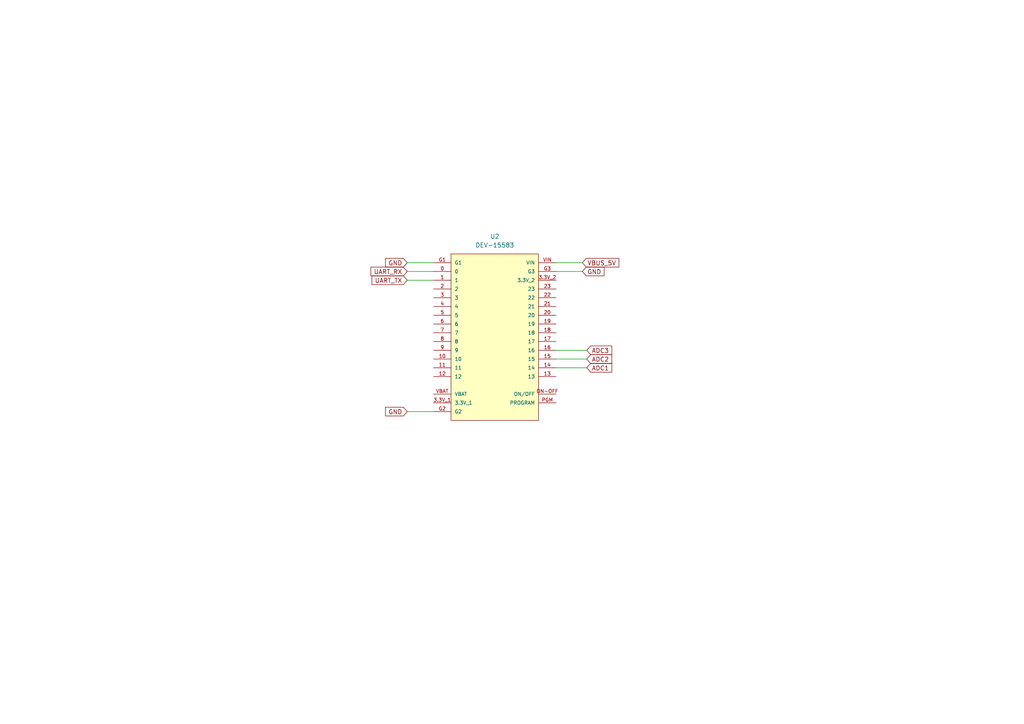
<source format=kicad_sch>
(kicad_sch (version 20250114) (generator "eeschema") (generator_version "9.0")
  (paper "A4")
  (lib_symbols
    (symbol "shared_symbols:DEV-15583" (pin_names (offset 1.016))
      (property "Reference" "U" (at -12.7 23.622 0))
      (property "Value" "DEV-15583" (at -12.7 -27.94 0))
      (symbol "DEV-15583_0_0"
        (rectangle (start -12.7 -25.4) (end 12.7 22.86) (stroke (width 0.1524)) (fill (type background)))
        (pin power_in line (at -17.78 20.32 0) (length 5.08) (name "G1") (number "G1"))
        (pin bidirectional line (at -17.78 17.78 0) (length 5.08) (name "0") (number "0"))
        (pin bidirectional line (at -17.78 15.24 0) (length 5.08) (name "1") (number "1"))
        (pin bidirectional line (at -17.78 12.7 0) (length 5.08) (name "2") (number "2"))
        (pin bidirectional line (at -17.78 10.16 0) (length 5.08) (name "3") (number "3"))
        (pin bidirectional line (at -17.78 7.62 0) (length 5.08) (name "4") (number "4"))
        (pin bidirectional line (at -17.78 5.08 0) (length 5.08) (name "5") (number "5"))
        (pin bidirectional line (at -17.78 2.54 0) (length 5.08) (name "6") (number "6"))
        (pin bidirectional line (at -17.78 0 0) (length 5.08) (name "7") (number "7"))
        (pin bidirectional line (at -17.78 -2.54 0) (length 5.08) (name "8") (number "8"))
        (pin bidirectional line (at -17.78 -5.08 0) (length 5.08) (name "9") (number "9"))
        (pin bidirectional line (at -17.78 -7.62 0) (length 5.08) (name "10") (number "10"))
        (pin bidirectional line (at -17.78 -10.16 0) (length 5.08) (name "11") (number "11"))
        (pin bidirectional line (at -17.78 -12.7 0) (length 5.08) (name "12") (number "12"))
        (pin power_in line (at -17.78 -17.78 0) (length 5.08) (name "VBAT") (number "VBAT"))
        (pin power_in line (at -17.78 -20.32 0) (length 5.08) (name "3.3V_1") (number "3.3V_1"))
        (pin power_in line (at -17.78 -22.86 0) (length 5.08) (name "G2") (number "G2"))
        (pin power_in line (at 17.78 20.32 180) (length 5.08) (name "VIN") (number "VIN"))
        (pin power_in line (at 17.78 17.78 180) (length 5.08) (name "G3") (number "G3"))
        (pin power_in line (at 17.78 15.24 180) (length 5.08) (name "3.3V_2") (number "3.3V_2"))
        (pin bidirectional line (at 17.78 12.7 180) (length 5.08) (name "23") (number "23"))
        (pin bidirectional line (at 17.78 10.16 180) (length 5.08) (name "22") (number "22"))
        (pin bidirectional line (at 17.78 7.62 180) (length 5.08) (name "21") (number "21"))
        (pin bidirectional line (at 17.78 5.08 180) (length 5.08) (name "20") (number "20"))
        (pin bidirectional line (at 17.78 2.54 180) (length 5.08) (name "19") (number "19"))
        (pin bidirectional line (at 17.78 0 180) (length 5.08) (name "18") (number "18"))
        (pin bidirectional line (at 17.78 -2.54 180) (length 5.08) (name "17") (number "17"))
        (pin bidirectional line (at 17.78 -5.08 180) (length 5.08) (name "16") (number "16"))
        (pin bidirectional line (at 17.78 -7.62 180) (length 5.08) (name "15") (number "15"))
        (pin bidirectional line (at 17.78 -10.16 180) (length 5.08) (name "14") (number "14"))
        (pin bidirectional line (at 17.78 -12.7 180) (length 5.08) (name "13") (number "13"))
        (pin bidirectional line (at 17.78 -17.78 180) (length 5.08) (name "ON/OFF") (number "ON-OFF"))
        (pin bidirectional line (at 17.78 -20.32 180) (length 5.08) (name "PROGRAM") (number "PGM"))
      )
    )
  )
  (wire (pts (xy 161.29 106.68) (xy 170.18 106.68)))
  (wire (pts (xy 118.11 78.74) (xy 125.73 78.74)))
  (wire (pts (xy 161.29 76.2) (xy 168.91 76.2)))
  (wire (pts (xy 161.29 101.6) (xy 170.18 101.6)))
  (wire (pts (xy 118.11 119.38) (xy 125.73 119.38)))
  (wire (pts (xy 118.11 76.2) (xy 125.73 76.2)))
  (wire (pts (xy 118.11 81.28) (xy 125.73 81.28)))
  (wire (pts (xy 161.29 78.74) (xy 168.91 78.74)))
  (wire (pts (xy 161.29 104.14) (xy 170.18 104.14)))
  (global_label "GND" (shape input) (at 168.91 78.74 0) (property "Intersheetrefs" "${INTERSHEET_REFS}" (effects (hide yes))))
  (global_label "UART_TX" (shape input) (at 118.11 81.28 180) (property "Intersheetrefs" "${INTERSHEET_REFS}" (effects (hide yes))))
  (global_label "ADC3" (shape input) (at 170.18 101.6 0) (property "Intersheetrefs" "${INTERSHEET_REFS}" (effects (hide yes))))
  (global_label "ADC1" (shape input) (at 170.18 106.68 0) (property "Intersheetrefs" "${INTERSHEET_REFS}" (effects (hide yes))))
  (global_label "GND" (shape input) (at 118.11 119.38 180) (property "Intersheetrefs" "${INTERSHEET_REFS}" (effects (hide yes))))
  (global_label "UART_RX" (shape input) (at 118.11 78.74 180) (property "Intersheetrefs" "${INTERSHEET_REFS}" (effects (hide yes))))
  (global_label "VBUS_5V" (shape input) (at 168.91 76.2 0) (property "Intersheetrefs" "${INTERSHEET_REFS}" (effects (hide yes))))
  (global_label "ADC2" (shape input) (at 170.18 104.14 0) (property "Intersheetrefs" "${INTERSHEET_REFS}" (effects (hide yes))))
  (global_label "GND" (shape input) (at 118.11 76.2 180) (property "Intersheetrefs" "${INTERSHEET_REFS}" (effects (hide yes))))
  (symbol (lib_id "shared_symbols:DEV-15583") (at 143.51 96.52 0) (unit 1)
    (property "Reference" "U2" (at 143.51 68.58 0))
    (property "Value" "DEV-15583" (at 143.51 71.12 0))
    (property "Footprint" "DEV-15583:MODULE_DEV-15583" (effects (hide yes)))
    (property "SnapEDA_Link" "https://www.snapeda.com/parts/DEV-15583/SparkFun/view-part/?ref=snap" (effects (hide yes)))
    (property "MAXIMUM_PACKAGE_HEIGHT" "5.87mm" (effects (hide yes)))
    (property "Package" "None" (effects (hide yes)))
    (property "Check_prices" "https://www.snapeda.com/parts/DEV-15583/SparkFun/view-part/?ref=eda" (effects (hide yes)))
    (property "STANDARD" "Manufacturer Recommendations" (effects (hide yes)))
    (property "MF" "SparkFun Electronics" (effects (hide yes)))
    (property "MP" "DEV-15583" (effects (hide yes)))
    (property "Description_1" "\n                        \n                            RT1062 Teensy 4.0 series ARM® Cortex®-M7 MPU Embedded Evaluation Board\n                        \n" (effects (hide yes)))
    (property "MANUFACTURER" "Sparkfun" (effects (hide yes)))
  )
)
</source>
